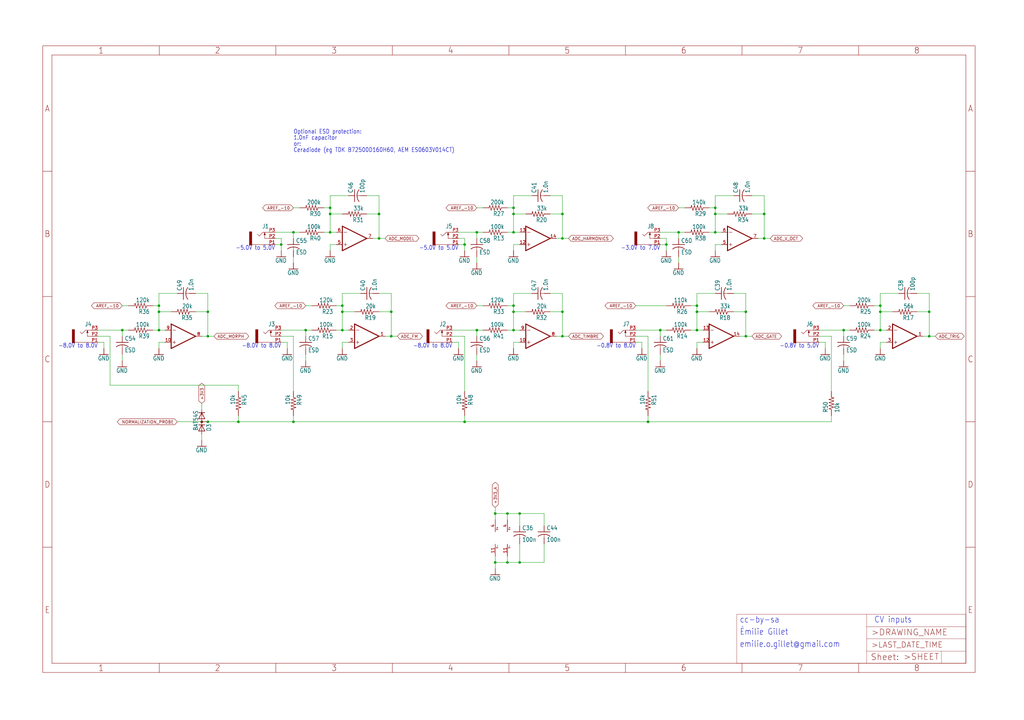
<source format=kicad_sch>
(kicad_sch (version 20230121) (generator eeschema)
  (paper "User" 425.45 299.161)
  (lib_symbols
    (symbol "plaits-eagle-import:A3L-LOC"
      (symbol "A3L-LOC_1_0"
        (text "1" (at 24.2094 1.905 0) (effects (font (size 2.54 2.286))))
        (text "1" (at 24.2094 258.445 0) (effects (font (size 2.54 2.286))))
        (text "2" (at 72.6281 1.905 0) (effects (font (size 2.54 2.286))))
        (text "2" (at 72.6281 258.445 0) (effects (font (size 2.54 2.286))))
        (text "3" (at 121.0469 1.905 0) (effects (font (size 2.54 2.286))))
        (text "3" (at 121.0469 258.445 0) (effects (font (size 2.54 2.286))))
        (text "4" (at 169.4656 1.905 0) (effects (font (size 2.54 2.286))))
        (text "4" (at 169.4656 258.445 0) (effects (font (size 2.54 2.286))))
        (text "5" (at 217.8844 1.905 0) (effects (font (size 2.54 2.286))))
        (text "5" (at 217.8844 258.445 0) (effects (font (size 2.54 2.286))))
        (text "6" (at 266.3031 1.905 0) (effects (font (size 2.54 2.286))))
        (text "6" (at 266.3031 258.445 0) (effects (font (size 2.54 2.286))))
        (text "7" (at 314.7219 1.905 0) (effects (font (size 2.54 2.286))))
        (text "7" (at 314.7219 258.445 0) (effects (font (size 2.54 2.286))))
        (text "8" (at 363.1406 1.905 0) (effects (font (size 2.54 2.286))))
        (text "8" (at 363.1406 258.445 0) (effects (font (size 2.54 2.286))))
        (text ">DRAWING_NAME" (at 344.17 15.24 0) (effects (font (size 2.54 2.54)) (justify left bottom)))
        (text ">LAST_DATE_TIME" (at 344.17 10.16 0) (effects (font (size 2.286 2.286)) (justify left bottom)))
        (text ">SHEET" (at 357.505 5.08 0) (effects (font (size 2.54 2.54)) (justify left bottom)))
        (text "A" (at 1.905 234.315 0) (effects (font (size 2.54 2.286))))
        (text "A" (at 385.445 234.315 0) (effects (font (size 2.54 2.286))))
        (text "B" (at 1.905 182.245 0) (effects (font (size 2.54 2.286))))
        (text "B" (at 385.445 182.245 0) (effects (font (size 2.54 2.286))))
        (text "C" (at 1.905 130.175 0) (effects (font (size 2.54 2.286))))
        (text "C" (at 385.445 130.175 0) (effects (font (size 2.54 2.286))))
        (text "D" (at 1.905 78.105 0) (effects (font (size 2.54 2.286))))
        (text "D" (at 385.445 78.105 0) (effects (font (size 2.54 2.286))))
        (text "E" (at 1.905 26.035 0) (effects (font (size 2.54 2.286))))
        (text "E" (at 385.445 26.035 0) (effects (font (size 2.54 2.286))))
        (text "Sheet:" (at 343.916 4.953 0) (effects (font (size 2.54 2.54)) (justify left bottom)))
      )
    )
    (symbol "plaits-eagle-import:C-USC0402"
      (property "Reference" "C" (at 1.016 0.635 0))
      (property "Value" "C-USC0402" (at 1.016 -4.191 0))
      (symbol "C-USC0402_1_0"
        (pin passive line (at 0 2.54 270) (length 2.54) (name "1") (number "1"))
        (pin passive line (at 0 -5.08 90) (length 2.54) (name "2") (number "2"))
      )
    )
    (symbol "plaits-eagle-import:C-USC0603"
      (property "Reference" "C" (at 1.016 0.635 0))
      (property "Value" "C-USC0603" (at 1.016 -4.191 0))
      (symbol "C-USC0603_1_0"
        (pin passive line (at 0 2.54 270) (length 2.54) (name "1") (number "1"))
        (pin passive line (at 0 -5.08 90) (length 2.54) (name "2") (number "2"))
      )
    )
    (symbol "plaits-eagle-import:DIODE_2CACA-SOT23"
      (property "Reference" "D" (at 0.762 2.0066 0))
      (property "Value" "DIODE_2CACA-SOT23" (at -4.826 -3.4544 0))
      (symbol "DIODE_2CACA-SOT23_1_0"
        (pin passive line (at 5.08 0 180) (length 2.54) (name "A") (number "1"))
        (pin passive line (at -5.08 0 0) (length 2.54) (name "C") (number "2"))
        (pin passive line (at 0 2.54 270) (length 2.54) (name "AC") (number "3"))
      )
    )
    (symbol "plaits-eagle-import:GND" (power)
      (property "Value" "GND" (at -2.54 -2.54 0))
      (symbol "GND_1_0"
        (pin power_in line (at 0 2.54 270) (length 2.54) (name "GND") (number "1"))
      )
    )
    (symbol "plaits-eagle-import:PJ301_THONKICONN6"
      (property "Reference" "J" (at -2.54 4.064 0))
      (symbol "PJ301_THONKICONN6_1_0"
        (pin passive line (at -5.08 -2.54 0) (length 2.54) (name "1") (number "P1"))
        (pin passive line (at -5.08 0 0) (length 2.54) (name "2") (number "P2"))
        (pin passive line (at -5.08 2.54 0) (length 2.54) (name "3") (number "P3"))
      )
    )
    (symbol "plaits-eagle-import:R-US_R0402"
      (property "Reference" "R" (at -3.81 1.4986 0))
      (property "Value" "R-US_R0402" (at -3.81 -3.302 0))
      (symbol "R-US_R0402_1_0"
        (pin passive line (at -5.08 0 0) (length 2.54) (name "1") (number "1"))
        (pin passive line (at 5.08 0 180) (length 2.54) (name "2") (number "2"))
      )
    )
    (symbol "plaits-eagle-import:TL074PW"
      (symbol "TL074PW_1_0"
        (pin output line (at 7.62 0 180) (length 2.54) (name "OUT") (number "1"))
        (pin input line (at -7.62 -2.54 0) (length 2.54) (name "-IN") (number "2"))
        (pin input line (at -7.62 2.54 0) (length 2.54) (name "+IN") (number "3"))
      )
      (symbol "TL074PW_2_0"
        (pin input line (at -7.62 2.54 0) (length 2.54) (name "+IN") (number "5"))
        (pin input line (at -7.62 -2.54 0) (length 2.54) (name "-IN") (number "6"))
        (pin output line (at 7.62 0 180) (length 2.54) (name "OUT") (number "7"))
      )
      (symbol "TL074PW_3_0"
        (pin input line (at -7.62 2.54 0) (length 2.54) (name "+IN") (number "10"))
        (pin output line (at 7.62 0 180) (length 2.54) (name "OUT") (number "8"))
        (pin input line (at -7.62 -2.54 0) (length 2.54) (name "-IN") (number "9"))
      )
      (symbol "TL074PW_4_0"
        (pin input line (at -7.62 2.54 0) (length 2.54) (name "+IN") (number "12"))
        (pin input line (at -7.62 -2.54 0) (length 2.54) (name "-IN") (number "13"))
        (pin output line (at 7.62 0 180) (length 2.54) (name "OUT") (number "14"))
      )
      (symbol "TL074PW_5_0"
        (text "V+" (at 1.27 3.175 900) (effects (font (size 0.8128 0.6908)) (justify left bottom)))
        (text "V-" (at 1.27 -4.445 900) (effects (font (size 0.8128 0.6908)) (justify left bottom)))
        (pin power_in line (at 0 -7.62 90) (length 5.08) (name "V-") (number "11"))
        (pin power_in line (at 0 7.62 270) (length 5.08) (name "V+") (number "4"))
      )
    )
  )
  (junction (at 233.68 88.9))
  (junction (at 66.04 137.16))
  (junction (at 213.36 88.9))
  (junction (at 116.84 101.6))
  (junction (at 309.88 139.7))
  (junction (at 274.32 137.16))
  (junction (at 86.36 175.26))
  (junction (at 213.36 86.36))
  (junction (at 142.24 129.54))
  (junction (at 86.36 129.54))
  (junction (at 121.92 175.26))
  (junction (at 210.82 213.36))
  (junction (at 99.06 175.26))
  (junction (at 215.9 233.68))
  (junction (at 66.04 129.54))
  (junction (at 198.12 137.16))
  (junction (at 365.76 129.54))
  (junction (at 289.56 129.54))
  (junction (at 142.24 137.16))
  (junction (at 162.56 139.7))
  (junction (at 213.36 137.16))
  (junction (at 276.86 101.6))
  (junction (at 317.5 99.06))
  (junction (at 233.68 129.54))
  (junction (at 365.76 127))
  (junction (at 365.76 137.16))
  (junction (at 233.68 99.06))
  (junction (at 193.04 175.26))
  (junction (at 213.36 129.54))
  (junction (at 198.12 96.52))
  (junction (at 205.74 213.36))
  (junction (at 289.56 137.16))
  (junction (at 50.8 137.16))
  (junction (at 386.08 139.7))
  (junction (at 127 137.16))
  (junction (at 233.68 139.7))
  (junction (at 210.82 233.68))
  (junction (at 137.16 88.9))
  (junction (at 289.56 127))
  (junction (at 309.88 129.54))
  (junction (at 205.74 233.68))
  (junction (at 215.9 213.36))
  (junction (at 213.36 127))
  (junction (at 350.52 137.16))
  (junction (at 137.16 86.36))
  (junction (at 162.56 129.54))
  (junction (at 86.36 139.7))
  (junction (at 121.92 96.52))
  (junction (at 297.18 88.9))
  (junction (at 157.48 88.9))
  (junction (at 269.24 175.26))
  (junction (at 193.04 101.6))
  (junction (at 297.18 86.36))
  (junction (at 66.04 127))
  (junction (at 281.94 96.52))
  (junction (at 137.16 96.52))
  (junction (at 157.48 99.06))
  (junction (at 297.18 96.52))
  (junction (at 317.5 88.9))
  (junction (at 142.24 127))
  (junction (at 386.08 129.54))
  (junction (at 213.36 96.52))
  (wire (pts (xy 83.82 180.34) (xy 83.82 182.88)))
  (wire (pts (xy 350.52 137.16) (xy 353.06 137.16)))
  (wire (pts (xy 297.18 81.28) (xy 297.18 86.36)))
  (wire (pts (xy 198.12 106.68) (xy 198.12 109.22)))
  (wire (pts (xy 274.32 99.06) (xy 276.86 99.06)))
  (wire (pts (xy 134.62 86.36) (xy 137.16 86.36)))
  (wire (pts (xy 86.36 139.7) (xy 83.82 139.7)))
  (wire (pts (xy 193.04 99.06) (xy 193.04 101.6)))
  (wire (pts (xy 198.12 96.52) (xy 200.66 96.52)))
  (wire (pts (xy 304.8 129.54) (xy 309.88 129.54)))
  (wire (pts (xy 218.44 88.9) (xy 213.36 88.9)))
  (wire (pts (xy 137.16 96.52) (xy 139.7 96.52)))
  (wire (pts (xy 66.04 121.92) (xy 66.04 127)))
  (wire (pts (xy 157.48 99.06) (xy 154.94 99.06)))
  (wire (pts (xy 210.82 233.68) (xy 215.9 233.68)))
  (wire (pts (xy 299.72 101.6) (xy 297.18 101.6)))
  (wire (pts (xy 205.74 215.9) (xy 205.74 213.36)))
  (wire (pts (xy 116.84 101.6) (xy 116.84 104.14)))
  (wire (pts (xy 386.08 139.7) (xy 388.62 139.7)))
  (wire (pts (xy 281.94 106.68) (xy 281.94 109.22)))
  (wire (pts (xy 200.66 137.16) (xy 198.12 137.16)))
  (wire (pts (xy 373.38 121.92) (xy 365.76 121.92)))
  (wire (pts (xy 81.28 129.54) (xy 86.36 129.54)))
  (wire (pts (xy 220.98 81.28) (xy 213.36 81.28)))
  (wire (pts (xy 297.18 88.9) (xy 297.18 96.52)))
  (wire (pts (xy 210.82 231.14) (xy 210.82 233.68)))
  (wire (pts (xy 312.42 81.28) (xy 317.5 81.28)))
  (wire (pts (xy 157.48 81.28) (xy 157.48 88.9)))
  (wire (pts (xy 317.5 88.9) (xy 317.5 99.06)))
  (wire (pts (xy 127 147.32) (xy 127 149.86)))
  (wire (pts (xy 66.04 129.54) (xy 66.04 137.16)))
  (wire (pts (xy 71.12 129.54) (xy 66.04 129.54)))
  (wire (pts (xy 215.9 233.68) (xy 226.06 233.68)))
  (wire (pts (xy 274.32 137.16) (xy 274.32 139.7)))
  (wire (pts (xy 147.32 129.54) (xy 142.24 129.54)))
  (wire (pts (xy 340.36 137.16) (xy 350.52 137.16)))
  (wire (pts (xy 142.24 88.9) (xy 137.16 88.9)))
  (wire (pts (xy 269.24 175.26) (xy 269.24 172.72)))
  (wire (pts (xy 144.78 142.24) (xy 142.24 142.24)))
  (wire (pts (xy 213.36 137.16) (xy 215.9 137.16)))
  (wire (pts (xy 274.32 147.32) (xy 274.32 149.86)))
  (wire (pts (xy 297.18 121.92) (xy 289.56 121.92)))
  (wire (pts (xy 213.36 86.36) (xy 213.36 88.9)))
  (wire (pts (xy 187.96 139.7) (xy 193.04 139.7)))
  (wire (pts (xy 121.92 175.26) (xy 193.04 175.26)))
  (wire (pts (xy 269.24 139.7) (xy 269.24 162.56)))
  (wire (pts (xy 381 121.92) (xy 386.08 121.92)))
  (wire (pts (xy 81.28 121.92) (xy 86.36 121.92)))
  (wire (pts (xy 139.7 137.16) (xy 142.24 137.16)))
  (wire (pts (xy 381 129.54) (xy 386.08 129.54)))
  (wire (pts (xy 66.04 127) (xy 66.04 129.54)))
  (wire (pts (xy 210.82 137.16) (xy 213.36 137.16)))
  (wire (pts (xy 205.74 213.36) (xy 210.82 213.36)))
  (wire (pts (xy 157.48 99.06) (xy 160.02 99.06)))
  (wire (pts (xy 190.5 99.06) (xy 193.04 99.06)))
  (wire (pts (xy 210.82 213.36) (xy 215.9 213.36)))
  (wire (pts (xy 284.48 86.36) (xy 281.94 86.36)))
  (wire (pts (xy 40.64 139.7) (xy 45.72 139.7)))
  (wire (pts (xy 289.56 142.24) (xy 289.56 144.78)))
  (wire (pts (xy 73.66 121.92) (xy 66.04 121.92)))
  (wire (pts (xy 53.34 127) (xy 50.8 127)))
  (wire (pts (xy 187.96 137.16) (xy 198.12 137.16)))
  (wire (pts (xy 368.3 142.24) (xy 365.76 142.24)))
  (wire (pts (xy 213.36 96.52) (xy 215.9 96.52)))
  (wire (pts (xy 157.48 121.92) (xy 162.56 121.92)))
  (wire (pts (xy 215.9 213.36) (xy 215.9 218.44)))
  (wire (pts (xy 276.86 127) (xy 264.16 127)))
  (wire (pts (xy 386.08 129.54) (xy 386.08 139.7)))
  (wire (pts (xy 312.42 88.9) (xy 317.5 88.9)))
  (wire (pts (xy 121.92 175.26) (xy 99.06 175.26)))
  (wire (pts (xy 309.88 139.7) (xy 307.34 139.7)))
  (wire (pts (xy 142.24 121.92) (xy 142.24 127)))
  (wire (pts (xy 137.16 86.36) (xy 137.16 88.9)))
  (wire (pts (xy 289.56 137.16) (xy 292.1 137.16)))
  (wire (pts (xy 213.36 142.24) (xy 213.36 144.78)))
  (wire (pts (xy 66.04 137.16) (xy 68.58 137.16)))
  (wire (pts (xy 68.58 142.24) (xy 66.04 142.24)))
  (wire (pts (xy 99.06 160.02) (xy 99.06 162.56)))
  (wire (pts (xy 86.36 121.92) (xy 86.36 129.54)))
  (wire (pts (xy 289.56 127) (xy 289.56 129.54)))
  (wire (pts (xy 353.06 127) (xy 350.52 127)))
  (wire (pts (xy 50.8 147.32) (xy 50.8 149.86)))
  (wire (pts (xy 365.76 142.24) (xy 365.76 144.78)))
  (wire (pts (xy 157.48 129.54) (xy 162.56 129.54)))
  (wire (pts (xy 63.5 127) (xy 66.04 127)))
  (wire (pts (xy 233.68 129.54) (xy 233.68 139.7)))
  (wire (pts (xy 129.54 127) (xy 127 127)))
  (wire (pts (xy 233.68 99.06) (xy 231.14 99.06)))
  (wire (pts (xy 317.5 99.06) (xy 320.04 99.06)))
  (wire (pts (xy 215.9 233.68) (xy 215.9 226.06)))
  (wire (pts (xy 121.92 172.72) (xy 121.92 175.26)))
  (wire (pts (xy 162.56 129.54) (xy 162.56 139.7)))
  (wire (pts (xy 289.56 121.92) (xy 289.56 127)))
  (wire (pts (xy 233.68 81.28) (xy 233.68 88.9)))
  (wire (pts (xy 190.5 142.24) (xy 190.5 144.78)))
  (wire (pts (xy 116.84 99.06) (xy 116.84 101.6)))
  (wire (pts (xy 137.16 81.28) (xy 137.16 86.36)))
  (wire (pts (xy 205.74 233.68) (xy 210.82 233.68)))
  (wire (pts (xy 66.04 142.24) (xy 66.04 144.78)))
  (wire (pts (xy 114.3 96.52) (xy 121.92 96.52)))
  (wire (pts (xy 228.6 121.92) (xy 233.68 121.92)))
  (wire (pts (xy 289.56 129.54) (xy 289.56 137.16)))
  (wire (pts (xy 228.6 81.28) (xy 233.68 81.28)))
  (wire (pts (xy 152.4 81.28) (xy 157.48 81.28)))
  (wire (pts (xy 139.7 127) (xy 142.24 127)))
  (wire (pts (xy 297.18 101.6) (xy 297.18 104.14)))
  (wire (pts (xy 292.1 142.24) (xy 289.56 142.24)))
  (wire (pts (xy 233.68 88.9) (xy 233.68 99.06)))
  (wire (pts (xy 345.44 139.7) (xy 345.44 162.56)))
  (wire (pts (xy 281.94 96.52) (xy 284.48 96.52)))
  (wire (pts (xy 297.18 96.52) (xy 299.72 96.52)))
  (wire (pts (xy 142.24 137.16) (xy 144.78 137.16)))
  (wire (pts (xy 365.76 129.54) (xy 365.76 137.16)))
  (wire (pts (xy 294.64 96.52) (xy 297.18 96.52)))
  (wire (pts (xy 264.16 139.7) (xy 269.24 139.7)))
  (wire (pts (xy 264.16 142.24) (xy 266.7 142.24)))
  (wire (pts (xy 363.22 127) (xy 365.76 127)))
  (wire (pts (xy 198.12 147.32) (xy 198.12 149.86)))
  (wire (pts (xy 302.26 88.9) (xy 297.18 88.9)))
  (wire (pts (xy 119.38 142.24) (xy 119.38 144.78)))
  (wire (pts (xy 340.36 139.7) (xy 345.44 139.7)))
  (wire (pts (xy 121.92 96.52) (xy 124.46 96.52)))
  (wire (pts (xy 276.86 99.06) (xy 276.86 101.6)))
  (wire (pts (xy 45.72 139.7) (xy 45.72 160.02)))
  (wire (pts (xy 213.36 88.9) (xy 213.36 96.52)))
  (wire (pts (xy 152.4 88.9) (xy 157.48 88.9)))
  (wire (pts (xy 45.72 160.02) (xy 99.06 160.02)))
  (wire (pts (xy 193.04 175.26) (xy 193.04 172.72)))
  (wire (pts (xy 287.02 127) (xy 289.56 127)))
  (wire (pts (xy 142.24 127) (xy 142.24 129.54)))
  (wire (pts (xy 139.7 101.6) (xy 137.16 101.6)))
  (wire (pts (xy 317.5 81.28) (xy 317.5 88.9)))
  (wire (pts (xy 121.92 99.06) (xy 121.92 96.52)))
  (wire (pts (xy 215.9 101.6) (xy 213.36 101.6)))
  (wire (pts (xy 383.54 139.7) (xy 386.08 139.7)))
  (wire (pts (xy 228.6 88.9) (xy 233.68 88.9)))
  (wire (pts (xy 114.3 99.06) (xy 116.84 99.06)))
  (wire (pts (xy 162.56 139.7) (xy 160.02 139.7)))
  (wire (pts (xy 124.46 86.36) (xy 121.92 86.36)))
  (wire (pts (xy 342.9 142.24) (xy 342.9 144.78)))
  (wire (pts (xy 213.36 81.28) (xy 213.36 86.36)))
  (wire (pts (xy 86.36 175.26) (xy 73.66 175.26)))
  (wire (pts (xy 193.04 139.7) (xy 193.04 162.56)))
  (wire (pts (xy 86.36 139.7) (xy 88.9 139.7)))
  (wire (pts (xy 213.36 101.6) (xy 213.36 104.14)))
  (wire (pts (xy 304.8 81.28) (xy 297.18 81.28)))
  (wire (pts (xy 274.32 137.16) (xy 276.86 137.16)))
  (wire (pts (xy 294.64 86.36) (xy 297.18 86.36)))
  (wire (pts (xy 370.84 129.54) (xy 365.76 129.54)))
  (wire (pts (xy 365.76 127) (xy 365.76 129.54)))
  (wire (pts (xy 121.92 106.68) (xy 121.92 109.22)))
  (wire (pts (xy 215.9 142.24) (xy 213.36 142.24)))
  (wire (pts (xy 190.5 101.6) (xy 193.04 101.6)))
  (wire (pts (xy 210.82 127) (xy 213.36 127)))
  (wire (pts (xy 345.44 175.26) (xy 269.24 175.26)))
  (wire (pts (xy 276.86 101.6) (xy 276.86 104.14)))
  (wire (pts (xy 193.04 175.26) (xy 269.24 175.26)))
  (wire (pts (xy 40.64 137.16) (xy 50.8 137.16)))
  (wire (pts (xy 233.68 99.06) (xy 236.22 99.06)))
  (wire (pts (xy 363.22 137.16) (xy 365.76 137.16)))
  (wire (pts (xy 162.56 139.7) (xy 165.1 139.7)))
  (wire (pts (xy 365.76 137.16) (xy 368.3 137.16)))
  (wire (pts (xy 198.12 137.16) (xy 198.12 139.7)))
  (wire (pts (xy 274.32 96.52) (xy 281.94 96.52)))
  (wire (pts (xy 309.88 121.92) (xy 309.88 129.54)))
  (wire (pts (xy 304.8 121.92) (xy 309.88 121.92)))
  (wire (pts (xy 50.8 137.16) (xy 53.34 137.16)))
  (wire (pts (xy 215.9 213.36) (xy 226.06 213.36)))
  (wire (pts (xy 114.3 101.6) (xy 116.84 101.6)))
  (wire (pts (xy 350.52 137.16) (xy 350.52 139.7)))
  (wire (pts (xy 218.44 129.54) (xy 213.36 129.54)))
  (wire (pts (xy 281.94 99.06) (xy 281.94 96.52)))
  (wire (pts (xy 149.86 121.92) (xy 142.24 121.92)))
  (wire (pts (xy 187.96 142.24) (xy 190.5 142.24)))
  (wire (pts (xy 309.88 129.54) (xy 309.88 139.7)))
  (wire (pts (xy 297.18 86.36) (xy 297.18 88.9)))
  (wire (pts (xy 226.06 233.68) (xy 226.06 226.06)))
  (wire (pts (xy 350.52 147.32) (xy 350.52 149.86)))
  (wire (pts (xy 121.92 139.7) (xy 121.92 162.56)))
  (wire (pts (xy 317.5 99.06) (xy 314.96 99.06)))
  (wire (pts (xy 365.76 121.92) (xy 365.76 127)))
  (wire (pts (xy 127 139.7) (xy 127 137.16)))
  (wire (pts (xy 99.06 172.72) (xy 99.06 175.26)))
  (wire (pts (xy 134.62 96.52) (xy 137.16 96.52)))
  (wire (pts (xy 233.68 139.7) (xy 231.14 139.7)))
  (wire (pts (xy 40.64 142.24) (xy 43.18 142.24)))
  (wire (pts (xy 144.78 81.28) (xy 137.16 81.28)))
  (wire (pts (xy 86.36 129.54) (xy 86.36 139.7)))
  (wire (pts (xy 116.84 137.16) (xy 127 137.16)))
  (wire (pts (xy 127 137.16) (xy 129.54 137.16)))
  (wire (pts (xy 226.06 213.36) (xy 226.06 218.44)))
  (wire (pts (xy 287.02 137.16) (xy 289.56 137.16)))
  (wire (pts (xy 137.16 101.6) (xy 137.16 104.14)))
  (wire (pts (xy 213.36 127) (xy 213.36 129.54)))
  (wire (pts (xy 266.7 142.24) (xy 266.7 144.78)))
  (wire (pts (xy 294.64 129.54) (xy 289.56 129.54)))
  (wire (pts (xy 386.08 121.92) (xy 386.08 129.54)))
  (wire (pts (xy 205.74 233.68) (xy 205.74 236.22)))
  (wire (pts (xy 193.04 101.6) (xy 193.04 104.14)))
  (wire (pts (xy 210.82 215.9) (xy 210.82 213.36)))
  (wire (pts (xy 233.68 121.92) (xy 233.68 129.54)))
  (wire (pts (xy 228.6 129.54) (xy 233.68 129.54)))
  (wire (pts (xy 233.68 139.7) (xy 236.22 139.7)))
  (wire (pts (xy 142.24 142.24) (xy 142.24 144.78)))
  (wire (pts (xy 340.36 142.24) (xy 342.9 142.24)))
  (wire (pts (xy 50.8 139.7) (xy 50.8 137.16)))
  (wire (pts (xy 116.84 142.24) (xy 119.38 142.24)))
  (wire (pts (xy 198.12 99.06) (xy 198.12 96.52)))
  (wire (pts (xy 142.24 129.54) (xy 142.24 137.16)))
  (wire (pts (xy 190.5 96.52) (xy 198.12 96.52)))
  (wire (pts (xy 86.36 175.26) (xy 99.06 175.26)))
  (wire (pts (xy 205.74 213.36) (xy 205.74 210.82)))
  (wire (pts (xy 213.36 121.92) (xy 213.36 127)))
  (wire (pts (xy 220.98 121.92) (xy 213.36 121.92)))
  (wire (pts (xy 116.84 139.7) (xy 121.92 139.7)))
  (wire (pts (xy 274.32 101.6) (xy 276.86 101.6)))
  (wire (pts (xy 83.82 170.18) (xy 83.82 167.64)))
  (wire (pts (xy 157.48 88.9) (xy 157.48 99.06)))
  (wire (pts (xy 205.74 231.14) (xy 205.74 233.68)))
  (wire (pts (xy 264.16 137.16) (xy 274.32 137.16)))
  (wire (pts (xy 43.18 142.24) (xy 43.18 144.78)))
  (wire (pts (xy 345.44 172.72) (xy 345.44 175.26)))
  (wire (pts (xy 200.66 127) (xy 198.12 127)))
  (wire (pts (xy 213.36 129.54) (xy 213.36 137.16)))
  (wire (pts (xy 200.66 86.36) (xy 198.12 86.36)))
  (wire (pts (xy 210.82 86.36) (xy 213.36 86.36)))
  (wire (pts (xy 162.56 121.92) (xy 162.56 129.54)))
  (wire (pts (xy 137.16 88.9) (xy 137.16 96.52)))
  (wire (pts (xy 309.88 139.7) (xy 312.42 139.7)))
  (wire (pts (xy 210.82 96.52) (xy 213.36 96.52)))
  (wire (pts (xy 63.5 137.16) (xy 66.04 137.16)))
  (text "-0.8V to 8.0V" (at 264.16 144.78 0) (effects (font (size 1.778 1.5113)) (justify right bottom)))
  (text "-0.8V to 5.0V" (at 340.36 144.78 0) (effects (font (size 1.778 1.5113)) (justify right bottom)))
  (text "1.0nF capacitor" (at 121.92 58.42 0) (effects (font (size 1.778 1.5113)) (justify left bottom)))
  (text "-3.0V to 7.0V" (at 274.32 104.14 0) (effects (font (size 1.778 1.5113)) (justify right bottom)))
  (text "Optional ESD protection:" (at 121.92 55.88 0) (effects (font (size 1.778 1.5113)) (justify left bottom)))
  (text "-5.0V to 5.0V" (at 190.5 104.14 0) (effects (font (size 1.778 1.5113)) (justify right bottom)))
  (text "cc-by-sa" (at 307.34 259.08 0) (effects (font (size 2.54 2.159)) (justify left bottom)))
  (text "or:" (at 121.92 60.96 0) (effects (font (size 1.778 1.5113)) (justify left bottom)))
  (text "Ceradiode (eg TDK B72500D160H60, AEM ES0603V014CT)" (at 121.92 63.5 0) (effects (font (size 1.778 1.5113)) (justify left bottom)))
  (text "-8.0V to 8.0V" (at 116.84 144.78 0) (effects (font (size 1.778 1.5113)) (justify right bottom)))
  (text "-8.0V to 8.0V" (at 40.64 144.78 0) (effects (font (size 1.778 1.5113)) (justify right bottom)))
  (text "-8.0V to 8.0V" (at 187.96 144.78 0) (effects (font (size 1.778 1.5113)) (justify right bottom)))
  (text "CV inputs" (at 363.22 259.08 0) (effects (font (size 2.54 2.159)) (justify left bottom)))
  (text "-5.0V to 5.0V" (at 114.3 104.14 0) (effects (font (size 1.778 1.5113)) (justify right bottom)))
  (text "Émilie Gillet" (at 307.34 264.16 0) (effects (font (size 2.54 2.159)) (justify left bottom)))
  (text "emilie.o.gillet@gmail.com" (at 307.34 269.24 0) (effects (font (size 2.54 2.159)) (justify left bottom)))
  (global_label "+3V3_A" (shape bidirectional) (at 205.74 210.82 90) (effects (font (size 1.2446 1.2446))) (property "Intersheetrefs" "${INTERSHEET_REFS}" (effects hide)))
  (global_label "AREF_-10" (shape bidirectional) (at 198.12 86.36 180) (effects (font (size 1.2446 1.2446))) (property "Intersheetrefs" "${INTERSHEET_REFS}" (effects hide)))
  (global_label "ADC_MORPH" (shape bidirectional) (at 88.9 139.7 0) (effects (font (size 1.2446 1.2446))) (property "Intersheetrefs" "${INTERSHEET_REFS}" (effects hide)))
  (global_label "NORMALIZATION_PROBE" (shape bidirectional) (at 73.66 175.26 180) (effects (font (size 1.2446 1.2446))) (property "Intersheetrefs" "${INTERSHEET_REFS}" (effects hide)))
  (global_label "ADC_MODEL" (shape bidirectional) (at 160.02 99.06 0) (effects (font (size 1.2446 1.2446))) (property "Intersheetrefs" "${INTERSHEET_REFS}" (effects hide)))
  (global_label "ADC_FM" (shape bidirectional) (at 165.1 139.7 0) (effects (font (size 1.2446 1.2446))) (property "Intersheetrefs" "${INTERSHEET_REFS}" (effects hide)))
  (global_label "ADC_GATE" (shape bidirectional) (at 312.42 139.7 0) (effects (font (size 1.2446 1.2446))) (property "Intersheetrefs" "${INTERSHEET_REFS}" (effects hide)))
  (global_label "AREF_-10" (shape bidirectional) (at 127 127 180) (effects (font (size 1.2446 1.2446))) (property "Intersheetrefs" "${INTERSHEET_REFS}" (effects hide)))
  (global_label "+3V3" (shape bidirectional) (at 83.82 167.64 90) (effects (font (size 1.2446 1.2446))) (property "Intersheetrefs" "${INTERSHEET_REFS}" (effects hide)))
  (global_label "ADC_TRIG" (shape bidirectional) (at 388.62 139.7 0) (effects (font (size 1.2446 1.2446))) (property "Intersheetrefs" "${INTERSHEET_REFS}" (effects hide)))
  (global_label "ADC_V_OCT" (shape bidirectional) (at 320.04 99.06 0) (effects (font (size 1.2446 1.2446))) (property "Intersheetrefs" "${INTERSHEET_REFS}" (effects hide)))
  (global_label "ADC_TIMBRE" (shape bidirectional) (at 236.22 139.7 0) (effects (font (size 1.2446 1.2446))) (property "Intersheetrefs" "${INTERSHEET_REFS}" (effects hide)))
  (global_label "AREF_-10" (shape bidirectional) (at 281.94 86.36 180) (effects (font (size 1.2446 1.2446))) (property "Intersheetrefs" "${INTERSHEET_REFS}" (effects hide)))
  (global_label "AREF_-10" (shape bidirectional) (at 50.8 127 180) (effects (font (size 1.2446 1.2446))) (property "Intersheetrefs" "${INTERSHEET_REFS}" (effects hide)))
  (global_label "ADC_HARMONICS" (shape bidirectional) (at 236.22 99.06 0) (effects (font (size 1.2446 1.2446))) (property "Intersheetrefs" "${INTERSHEET_REFS}" (effects hide)))
  (global_label "AREF_-10" (shape bidirectional) (at 121.92 86.36 180) (effects (font (size 1.2446 1.2446))) (property "Intersheetrefs" "${INTERSHEET_REFS}" (effects hide)))
  (global_label "AREF_-10" (shape bidirectional) (at 350.52 127 180) (effects (font (size 1.2446 1.2446))) (property "Intersheetrefs" "${INTERSHEET_REFS}" (effects hide)))
  (global_label "AREF_-10" (shape bidirectional) (at 198.12 127 180) (effects (font (size 1.2446 1.2446))) (property "Intersheetrefs" "${INTERSHEET_REFS}" (effects hide)))
  (global_label "AREF_-10" (shape bidirectional) (at 264.16 127 180) (effects (font (size 1.2446 1.2446))) (property "Intersheetrefs" "${INTERSHEET_REFS}" (effects hide)))
  (symbol (lib_id "plaits-eagle-import:GND") (at 289.56 147.32 0) (unit 1)
    (property "Reference" "#GND026" (effects hide))
    (property "Value" "GND" (at 287.02 149.86 0) (effects (font (size 1.778 1.5113)) (justify left bottom)))
    (property "Footprint" "plaits:" (effects hide))
  )
  (symbol (lib_id "plaits-eagle-import:GND") (at 342.9 147.32 0) (unit 1)
    (property "Reference" "#GND015" (effects hide))
    (property "Value" "GND" (at 340.36 149.86 0) (effects (font (size 1.778 1.5113)) (justify left bottom)))
    (property "Footprint" "plaits:" (effects hide))
  )
  (symbol (lib_id "plaits-eagle-import:R-US_R0402") (at 99.06 167.64 270) (unit 1)
    (property "Reference" "R45" (at 100.5586 163.83 0) (effects (font (size 1.778 1.5113)) (justify left bottom)))
    (property "Value" "10k" (at 95.758 163.83 0) (effects (font (size 1.778 1.5113)) (justify left bottom)))
    (property "Footprint" "plaits:R0402" (effects hide))
  )
  (symbol (lib_id "plaits-eagle-import:R-US_R0402") (at 58.42 137.16 180) (unit 1)
    (property "Reference" "R39" (at 62.23 138.6586 0) (effects (font (size 1.778 1.5113)) (justify left bottom)))
    (property "Value" "100k" (at 62.23 133.858 0) (effects (font (size 1.778 1.5113)) (justify left bottom)))
    (property "Footprint" "plaits:R0402" (effects hide))
  )
  (symbol (lib_id "plaits-eagle-import:GND") (at 119.38 147.32 0) (unit 1)
    (property "Reference" "#GND032" (effects hide))
    (property "Value" "GND" (at 116.84 149.86 0) (effects (font (size 1.778 1.5113)) (justify left bottom)))
    (property "Footprint" "plaits:" (effects hide))
  )
  (symbol (lib_id "plaits-eagle-import:TL074PW") (at 299.72 139.7 0) (mirror x) (unit 4)
    (property "Reference" "IC6" (effects hide))
    (property "Value" "MCP6004" (effects hide))
    (property "Footprint" "plaits:TSSOP14_065" (effects hide))
  )
  (symbol (lib_id "plaits-eagle-import:C-USC0402") (at 223.52 81.28 90) (unit 1)
    (property "Reference" "C41" (at 222.885 80.264 0) (effects (font (size 1.778 1.5113)) (justify left bottom)))
    (property "Value" "1.0n" (at 227.711 80.264 0) (effects (font (size 1.778 1.5113)) (justify left bottom)))
    (property "Footprint" "plaits:C0402" (effects hide))
  )
  (symbol (lib_id "plaits-eagle-import:TL074PW") (at 307.34 99.06 0) (mirror x) (unit 2)
    (property "Reference" "IC7" (effects hide))
    (property "Value" "MCP6004" (effects hide))
    (property "Footprint" "plaits:TSSOP14_065" (effects hide))
  )
  (symbol (lib_id "plaits-eagle-import:GND") (at 142.24 147.32 0) (unit 1)
    (property "Reference" "#GND033" (effects hide))
    (property "Value" "GND" (at 139.7 149.86 0) (effects (font (size 1.778 1.5113)) (justify left bottom)))
    (property "Footprint" "plaits:" (effects hide))
  )
  (symbol (lib_id "plaits-eagle-import:R-US_R0402") (at 147.32 88.9 180) (unit 1)
    (property "Reference" "R31" (at 151.13 90.3986 0) (effects (font (size 1.778 1.5113)) (justify left bottom)))
    (property "Value" "33k" (at 151.13 85.598 0) (effects (font (size 1.778 1.5113)) (justify left bottom)))
    (property "Footprint" "plaits:R0402" (effects hide))
  )
  (symbol (lib_id "plaits-eagle-import:GND") (at 127 152.4 0) (unit 1)
    (property "Reference" "#GND076" (effects hide))
    (property "Value" "GND" (at 124.46 154.94 0) (effects (font (size 1.778 1.5113)) (justify left bottom)))
    (property "Footprint" "plaits:" (effects hide))
  )
  (symbol (lib_id "plaits-eagle-import:R-US_R0402") (at 358.14 137.16 180) (unit 1)
    (property "Reference" "R24" (at 361.95 138.6586 0) (effects (font (size 1.778 1.5113)) (justify left bottom)))
    (property "Value" "100k" (at 361.95 133.858 0) (effects (font (size 1.778 1.5113)) (justify left bottom)))
    (property "Footprint" "plaits:R0402" (effects hide))
  )
  (symbol (lib_id "plaits-eagle-import:PJ301_THONKICONN6") (at 269.24 99.06 0) (mirror y) (unit 1)
    (property "Reference" "J8" (at 271.78 94.996 0) (effects (font (size 1.778 1.5113)) (justify left bottom)))
    (property "Value" "PJ301_THONKICONN6" (effects hide))
    (property "Footprint" "plaits:WQP_PJ_301M6" (effects hide))
  )
  (symbol (lib_id "plaits-eagle-import:R-US_R0402") (at 289.56 96.52 180) (unit 1)
    (property "Reference" "R38" (at 293.37 98.0186 0) (effects (font (size 1.778 1.5113)) (justify left bottom)))
    (property "Value" "100k" (at 293.37 93.218 0) (effects (font (size 1.778 1.5113)) (justify left bottom)))
    (property "Footprint" "plaits:R0402" (effects hide))
  )
  (symbol (lib_id "plaits-eagle-import:C-USC0603") (at 281.94 101.6 0) (unit 1)
    (property "Reference" "C60" (at 282.956 100.965 0) (effects (font (size 1.778 1.5113)) (justify left bottom)))
    (property "Value" "ESD" (at 282.956 105.791 0) (effects (font (size 1.778 1.5113)) (justify left bottom)))
    (property "Footprint" "plaits:C0603" (effects hide))
  )
  (symbol (lib_id "plaits-eagle-import:C-USC0603") (at 198.12 142.24 0) (unit 1)
    (property "Reference" "C56" (at 199.136 141.605 0) (effects (font (size 1.778 1.5113)) (justify left bottom)))
    (property "Value" "ESD" (at 199.136 146.431 0) (effects (font (size 1.778 1.5113)) (justify left bottom)))
    (property "Footprint" "plaits:C0603" (effects hide))
  )
  (symbol (lib_id "plaits-eagle-import:R-US_R0402") (at 307.34 88.9 180) (unit 1)
    (property "Reference" "R34" (at 311.15 90.3986 0) (effects (font (size 1.778 1.5113)) (justify left bottom)))
    (property "Value" "33k" (at 311.15 85.598 0) (effects (font (size 1.778 1.5113)) (justify left bottom)))
    (property "Footprint" "plaits:R0402" (effects hide))
  )
  (symbol (lib_id "plaits-eagle-import:R-US_R0402") (at 223.52 88.9 180) (unit 1)
    (property "Reference" "R20" (at 227.33 90.3986 0) (effects (font (size 1.778 1.5113)) (justify left bottom)))
    (property "Value" "33k" (at 227.33 85.598 0) (effects (font (size 1.778 1.5113)) (justify left bottom)))
    (property "Footprint" "plaits:R0402" (effects hide))
  )
  (symbol (lib_id "plaits-eagle-import:GND") (at 205.74 238.76 0) (unit 1)
    (property "Reference" "#GND084" (effects hide))
    (property "Value" "GND" (at 203.2 241.3 0) (effects (font (size 1.778 1.5113)) (justify left bottom)))
    (property "Footprint" "plaits:" (effects hide))
  )
  (symbol (lib_id "plaits-eagle-import:R-US_R0402") (at 205.74 137.16 180) (unit 1)
    (property "Reference" "R41" (at 209.55 138.6586 0) (effects (font (size 1.778 1.5113)) (justify left bottom)))
    (property "Value" "100k" (at 209.55 133.858 0) (effects (font (size 1.778 1.5113)) (justify left bottom)))
    (property "Footprint" "plaits:R0402" (effects hide))
  )
  (symbol (lib_id "plaits-eagle-import:C-USC0402") (at 147.32 81.28 90) (unit 1)
    (property "Reference" "C46" (at 146.685 80.264 0) (effects (font (size 1.778 1.5113)) (justify left bottom)))
    (property "Value" "100p" (at 151.511 80.264 0) (effects (font (size 1.778 1.5113)) (justify left bottom)))
    (property "Footprint" "plaits:C0402" (effects hide))
  )
  (symbol (lib_id "plaits-eagle-import:R-US_R0402") (at 129.54 86.36 180) (unit 1)
    (property "Reference" "R30" (at 133.35 87.8586 0) (effects (font (size 1.778 1.5113)) (justify left bottom)))
    (property "Value" "200k" (at 133.35 83.058 0) (effects (font (size 1.778 1.5113)) (justify left bottom)))
    (property "Footprint" "plaits:R0402" (effects hide))
  )
  (symbol (lib_id "plaits-eagle-import:GND") (at 50.8 152.4 0) (unit 1)
    (property "Reference" "#GND075" (effects hide))
    (property "Value" "GND" (at 48.26 154.94 0) (effects (font (size 1.778 1.5113)) (justify left bottom)))
    (property "Footprint" "plaits:" (effects hide))
  )
  (symbol (lib_id "plaits-eagle-import:GND") (at 213.36 147.32 0) (unit 1)
    (property "Reference" "#GND037" (effects hide))
    (property "Value" "GND" (at 210.82 149.86 0) (effects (font (size 1.778 1.5113)) (justify left bottom)))
    (property "Footprint" "plaits:" (effects hide))
  )
  (symbol (lib_id "plaits-eagle-import:TL074PW") (at 223.52 99.06 0) (mirror x) (unit 4)
    (property "Reference" "IC7" (effects hide))
    (property "Value" "MCP6004" (effects hide))
    (property "Footprint" "plaits:TSSOP14_065" (effects hide))
  )
  (symbol (lib_id "plaits-eagle-import:R-US_R0402") (at 193.04 167.64 270) (unit 1)
    (property "Reference" "R48" (at 194.5386 163.83 0) (effects (font (size 1.778 1.5113)) (justify left bottom)))
    (property "Value" "10k" (at 189.738 163.83 0) (effects (font (size 1.778 1.5113)) (justify left bottom)))
    (property "Footprint" "plaits:R0402" (effects hide))
  )
  (symbol (lib_id "plaits-eagle-import:GND") (at 274.32 152.4 0) (unit 1)
    (property "Reference" "#GND078" (effects hide))
    (property "Value" "GND" (at 271.78 154.94 0) (effects (font (size 1.778 1.5113)) (justify left bottom)))
    (property "Footprint" "plaits:" (effects hide))
  )
  (symbol (lib_id "plaits-eagle-import:GND") (at 137.16 106.68 0) (unit 1)
    (property "Reference" "#GND035" (effects hide))
    (property "Value" "GND" (at 134.62 109.22 0) (effects (font (size 1.778 1.5113)) (justify left bottom)))
    (property "Footprint" "plaits:" (effects hide))
  )
  (symbol (lib_id "plaits-eagle-import:TL074PW") (at 223.52 139.7 0) (mirror x) (unit 3)
    (property "Reference" "IC6" (effects hide))
    (property "Value" "MCP6004" (effects hide))
    (property "Footprint" "plaits:TSSOP14_065" (effects hide))
  )
  (symbol (lib_id "plaits-eagle-import:PJ301_THONKICONN6") (at 182.88 139.7 0) (mirror y) (unit 1)
    (property "Reference" "J2" (at 185.42 135.636 0) (effects (font (size 1.778 1.5113)) (justify left bottom)))
    (property "Value" "PJ301_THONKICONN6" (effects hide))
    (property "Footprint" "plaits:WQP_PJ_301M6" (effects hide))
  )
  (symbol (lib_id "plaits-eagle-import:DIODE_2CACA-SOT23") (at 83.82 175.26 270) (unit 1)
    (property "Reference" "D3" (at 85.8266 176.022 0) (effects (font (size 1.778 1.5113)) (justify left bottom)))
    (property "Value" "BAT54S" (at 80.3656 170.434 0) (effects (font (size 1.778 1.5113)) (justify left bottom)))
    (property "Footprint" "plaits:SOT23" (effects hide))
  )
  (symbol (lib_id "plaits-eagle-import:GND") (at 83.82 185.42 0) (unit 1)
    (property "Reference" "#GND083" (effects hide))
    (property "Value" "GND" (at 81.28 187.96 0) (effects (font (size 1.778 1.5113)) (justify left bottom)))
    (property "Footprint" "plaits:" (effects hide))
  )
  (symbol (lib_id "plaits-eagle-import:GND") (at 213.36 106.68 0) (unit 1)
    (property "Reference" "#GND040" (effects hide))
    (property "Value" "GND" (at 210.82 109.22 0) (effects (font (size 1.778 1.5113)) (justify left bottom)))
    (property "Footprint" "plaits:" (effects hide))
  )
  (symbol (lib_id "plaits-eagle-import:R-US_R0402") (at 58.42 127 180) (unit 1)
    (property "Reference" "R36" (at 62.23 128.4986 0) (effects (font (size 1.778 1.5113)) (justify left bottom)))
    (property "Value" "120k" (at 62.23 123.698 0) (effects (font (size 1.778 1.5113)) (justify left bottom)))
    (property "Footprint" "plaits:R0402" (effects hide))
  )
  (symbol (lib_id "plaits-eagle-import:R-US_R0402") (at 152.4 129.54 180) (unit 1)
    (property "Reference" "R19" (at 156.21 131.0386 0) (effects (font (size 1.778 1.5113)) (justify left bottom)))
    (property "Value" "20k" (at 156.21 126.238 0) (effects (font (size 1.778 1.5113)) (justify left bottom)))
    (property "Footprint" "plaits:R0402" (effects hide))
  )
  (symbol (lib_id "plaits-eagle-import:R-US_R0402") (at 134.62 127 180) (unit 1)
    (property "Reference" "R23" (at 138.43 128.4986 0) (effects (font (size 1.778 1.5113)) (justify left bottom)))
    (property "Value" "120k" (at 138.43 123.698 0) (effects (font (size 1.778 1.5113)) (justify left bottom)))
    (property "Footprint" "plaits:R0402" (effects hide))
  )
  (symbol (lib_id "plaits-eagle-import:C-USC0402") (at 226.06 220.98 0) (unit 1)
    (property "Reference" "C44" (at 227.076 220.345 0) (effects (font (size 1.778 1.5113)) (justify left bottom)))
    (property "Value" "100n" (at 227.076 225.171 0) (effects (font (size 1.778 1.5113)) (justify left bottom)))
    (property "Footprint" "plaits:C0402" (effects hide))
  )
  (symbol (lib_id "plaits-eagle-import:C-USC0402") (at 76.2 121.92 90) (unit 1)
    (property "Reference" "C49" (at 75.565 120.904 0) (effects (font (size 1.778 1.5113)) (justify left bottom)))
    (property "Value" "1.0n" (at 80.391 120.904 0) (effects (font (size 1.778 1.5113)) (justify left bottom)))
    (property "Footprint" "plaits:C0402" (effects hide))
  )
  (symbol (lib_id "plaits-eagle-import:R-US_R0402") (at 205.74 127 180) (unit 1)
    (property "Reference" "R33" (at 209.55 128.4986 0) (effects (font (size 1.778 1.5113)) (justify left bottom)))
    (property "Value" "120k" (at 209.55 123.698 0) (effects (font (size 1.778 1.5113)) (justify left bottom)))
    (property "Footprint" "plaits:R0402" (effects hide))
  )
  (symbol (lib_id "plaits-eagle-import:C-USC0402") (at 152.4 121.92 90) (unit 1)
    (property "Reference" "C40" (at 151.765 120.904 0) (effects (font (size 1.778 1.5113)) (justify left bottom)))
    (property "Value" "1.0n" (at 156.591 120.904 0) (effects (font (size 1.778 1.5113)) (justify left bottom)))
    (property "Footprint" "plaits:C0402" (effects hide))
  )
  (symbol (lib_id "plaits-eagle-import:GND") (at 43.18 147.32 0) (unit 1)
    (property "Reference" "#GND030" (effects hide))
    (property "Value" "GND" (at 40.64 149.86 0) (effects (font (size 1.778 1.5113)) (justify left bottom)))
    (property "Footprint" "plaits:" (effects hide))
  )
  (symbol (lib_id "plaits-eagle-import:GND") (at 116.84 106.68 0) (unit 1)
    (property "Reference" "#GND034" (effects hide))
    (property "Value" "GND" (at 114.3 109.22 0) (effects (font (size 1.778 1.5113)) (justify left bottom)))
    (property "Footprint" "plaits:" (effects hide))
  )
  (symbol (lib_id "plaits-eagle-import:C-USC0603") (at 350.52 142.24 0) (unit 1)
    (property "Reference" "C59" (at 351.536 141.605 0) (effects (font (size 1.778 1.5113)) (justify left bottom)))
    (property "Value" "ESD" (at 351.536 146.431 0) (effects (font (size 1.778 1.5113)) (justify left bottom)))
    (property "Footprint" "plaits:C0603" (effects hide))
  )
  (symbol (lib_id "plaits-eagle-import:GND") (at 297.18 106.68 0) (unit 1)
    (property "Reference" "#GND029" (effects hide))
    (property "Value" "GND" (at 294.64 109.22 0) (effects (font (size 1.778 1.5113)) (justify left bottom)))
    (property "Footprint" "plaits:" (effects hide))
  )
  (symbol (lib_id "plaits-eagle-import:R-US_R0402") (at 289.56 86.36 180) (unit 1)
    (property "Reference" "R29" (at 293.37 87.8586 0) (effects (font (size 1.778 1.5113)) (justify left bottom)))
    (property "Value" "140k" (at 293.37 83.058 0) (effects (font (size 1.778 1.5113)) (justify left bottom)))
    (property "Footprint" "plaits:R0402" (effects hide))
  )
  (symbol (lib_id "plaits-eagle-import:C-USC0603") (at 127 142.24 0) (unit 1)
    (property "Reference" "C57" (at 128.016 141.605 0) (effects (font (size 1.778 1.5113)) (justify left bottom)))
    (property "Value" "ESD" (at 128.016 146.431 0) (effects (font (size 1.778 1.5113)) (justify left bottom)))
    (property "Footprint" "plaits:C0603" (effects hide))
  )
  (symbol (lib_id "plaits-eagle-import:GND") (at 190.5 147.32 0) (unit 1)
    (property "Reference" "#GND036" (effects hide))
    (property "Value" "GND" (at 187.96 149.86 0) (effects (font (size 1.778 1.5113)) (justify left bottom)))
    (property "Footprint" "plaits:" (effects hide))
  )
  (symbol (lib_id "plaits-eagle-import:R-US_R0402") (at 121.92 167.64 270) (unit 1)
    (property "Reference" "R49" (at 123.4186 163.83 0) (effects (font (size 1.778 1.5113)) (justify left bottom)))
    (property "Value" "10k" (at 118.618 163.83 0) (effects (font (size 1.778 1.5113)) (justify left bottom)))
    (property "Footprint" "plaits:R0402" (effects hide))
  )
  (symbol (lib_id "plaits-eagle-import:GND") (at 276.86 106.68 0) (unit 1)
    (property "Reference" "#GND028" (effects hide))
    (property "Value" "GND" (at 274.32 109.22 0) (effects (font (size 1.778 1.5113)) (justify left bottom)))
    (property "Footprint" "plaits:" (effects hide))
  )
  (symbol (lib_id "plaits-eagle-import:PJ301_THONKICONN6") (at 259.08 139.7 0) (mirror y) (unit 1)
    (property "Reference" "J7" (at 261.62 135.636 0) (effects (font (size 1.778 1.5113)) (justify left bottom)))
    (property "Value" "PJ301_THONKICONN6" (effects hide))
    (property "Footprint" "plaits:WQP_PJ_301M6" (effects hide))
  )
  (symbol (lib_id "plaits-eagle-import:GND") (at 281.94 111.76 0) (unit 1)
    (property "Reference" "#GND074" (effects hide))
    (property "Value" "GND" (at 279.4 114.3 0) (effects (font (size 1.778 1.5113)) (justify left bottom)))
    (property "Footprint" "plaits:" (effects hide))
  )
  (symbol (lib_id "plaits-eagle-import:C-USC0402") (at 375.92 121.92 90) (unit 1)
    (property "Reference" "C38" (at 375.285 120.904 0) (effects (font (size 1.778 1.5113)) (justify left bottom)))
    (property "Value" "100p" (at 380.111 120.904 0) (effects (font (size 1.778 1.5113)) (justify left bottom)))
    (property "Footprint" "plaits:C0402" (effects hide))
  )
  (symbol (lib_id "plaits-eagle-import:GND") (at 121.92 111.76 0) (unit 1)
    (property "Reference" "#GND017" (effects hide))
    (property "Value" "GND" (at 119.38 114.3 0) (effects (font (size 1.778 1.5113)) (justify left bottom)))
    (property "Footprint" "plaits:" (effects hide))
  )
  (symbol (lib_id "plaits-eagle-import:R-US_R0402") (at 281.94 127 180) (unit 1)
    (property "Reference" "R26" (at 285.75 128.4986 0) (effects (font (size 1.778 1.5113)) (justify left bottom)))
    (property "Value" "110k" (at 285.75 123.698 0) (effects (font (size 1.778 1.5113)) (justify left bottom)))
    (property "Footprint" "plaits:R0402" (effects hide))
  )
  (symbol (lib_id "plaits-eagle-import:C-USC0402") (at 215.9 220.98 0) (unit 1)
    (property "Reference" "C36" (at 216.916 220.345 0) (effects (font (size 1.778 1.5113)) (justify left bottom)))
    (property "Value" "100n" (at 216.916 225.171 0) (effects (font (size 1.778 1.5113)) (justify left bottom)))
    (property "Footprint" "plaits:C0402" (effects hide))
  )
  (symbol (lib_id "plaits-eagle-import:C-USC0402") (at 299.72 121.92 90) (unit 1)
    (property "Reference" "C39" (at 299.085 120.904 0) (effects (font (size 1.778 1.5113)) (justify left bottom)))
    (property "Value" "1.0n" (at 303.911 120.904 0) (effects (font (size 1.778 1.5113)) (justify left bottom)))
    (property "Footprint" "plaits:C0402" (effects hide))
  )
  (symbol (lib_id "plaits-eagle-import:PJ301_THONKICONN6") (at 111.76 139.7 0) (mirror y) (unit 1)
    (property "Reference" "J3" (at 114.3 135.636 0) (effects (font (size 1.778 1.5113)) (justify left bottom)))
    (property "Value" "PJ301_THONKICONN6" (effects hide))
    (property "Footprint" "plaits:WQP_PJ_301M6" (effects hide))
  )
  (symbol (lib_id "plaits-eagle-import:TL074PW") (at 205.74 223.52 0) (unit 5)
    (property "Reference" "IC7" (effects hide))
    (property "Value" "MCP6004" (effects hide))
    (property "Footprint" "plaits:TSSOP14_065" (effects hide))
  )
  (symbol (lib_id "plaits-eagle-import:C-USC0402") (at 223.52 121.92 90) (unit 1)
    (property "Reference" "C47" (at 222.885 120.904 0) (effects (font (size 1.778 1.5113)) (justify left bottom)))
    (property "Value" "1.0n" (at 227.711 120.904 0) (effects (font (size 1.778 1.5113)) (justify left bottom)))
    (property "Footprint" "plaits:C0402" (effects hide))
  )
  (symbol (lib_id "plaits-eagle-import:GND") (at 350.52 152.4 0) (unit 1)
    (property "Reference" "#GND080" (effects hide))
    (property "Value" "GND" (at 347.98 154.94 0) (effects (font (size 1.778 1.5113)) (justify left bottom)))
    (property "Footprint" "plaits:" (effects hide))
  )
  (symbol (lib_id "plaits-eagle-import:TL074PW") (at 375.92 139.7 0) (mirror x) (unit 1)
    (property "Reference" "IC6" (effects hide))
    (property "Value" "MCP6004" (effects hide))
    (property "Footprint" "plaits:TSSOP14_065" (effects hide))
  )
  (symbol (lib_id "plaits-eagle-import:TL074PW") (at 76.2 139.7 0) (mirror x) (unit 3)
    (property "Reference" "IC7" (effects hide))
    (property "Value" "MCP6004" (effects hide))
    (property "Footprint" "plaits:TSSOP14_065" (effects hide))
  )
  (symbol (lib_id "plaits-eagle-import:R-US_R0402") (at 345.44 167.64 90) (unit 1)
    (property "Reference" "R50" (at 343.9414 171.45 0) (effects (font (size 1.778 1.5113)) (justify left bottom)))
    (property "Value" "10k" (at 348.742 171.45 0) (effects (font (size 1.778 1.5113)) (justify left bottom)))
    (property "Footprint" "plaits:R0402" (effects hide))
  )
  (symbol (lib_id "plaits-eagle-import:GND") (at 198.12 152.4 0) (unit 1)
    (property "Reference" "#GND077" (effects hide))
    (property "Value" "GND" (at 195.58 154.94 0) (effects (font (size 1.778 1.5113)) (justify left bottom)))
    (property "Footprint" "plaits:" (effects hide))
  )
  (symbol (lib_id "plaits-eagle-import:PJ301_THONKICONN6") (at 335.28 139.7 0) (mirror y) (unit 1)
    (property "Reference" "J6" (at 337.82 135.636 0) (effects (font (size 1.778 1.5113)) (justify left bottom)))
    (property "Value" "PJ301_THONKICONN6" (effects hide))
    (property "Footprint" "plaits:WQP_PJ_301M6" (effects hide))
  )
  (symbol (lib_id "plaits-eagle-import:R-US_R0402") (at 223.52 129.54 180) (unit 1)
    (property "Reference" "R32" (at 227.33 131.0386 0) (effects (font (size 1.778 1.5113)) (justify left bottom)))
    (property "Value" "20k" (at 227.33 126.238 0) (effects (font (size 1.778 1.5113)) (justify left bottom)))
    (property "Footprint" "plaits:R0402" (effects hide))
  )
  (symbol (lib_id "plaits-eagle-import:TL074PW") (at 147.32 99.06 0) (mirror x) (unit 2)
    (property "Reference" "IC6" (effects hide))
    (property "Value" "MCP6004" (effects hide))
    (property "Footprint" "plaits:TSSOP14_065" (effects hide))
  )
  (symbol (lib_id "plaits-eagle-import:C-USC0603") (at 274.32 142.24 0) (unit 1)
    (property "Reference" "C61" (at 275.336 141.605 0) (effects (font (size 1.778 1.5113)) (justify left bottom)))
    (property "Value" "ESD" (at 275.336 146.431 0) (effects (font (size 1.778 1.5113)) (justify left bottom)))
    (property "Footprint" "plaits:C0603" (effects hide))
  )
  (symbol (lib_id "plaits-eagle-import:PJ301_THONKICONN6") (at 185.42 99.06 0) (mirror y) (unit 1)
    (property "Reference" "J5" (at 187.96 94.996 0) (effects (font (size 1.778 1.5113)) (justify left bottom)))
    (property "Value" "PJ301_THONKICONN6" (effects hide))
    (property "Footprint" "plaits:WQP_PJ_301M6" (effects hide))
  )
  (symbol (lib_id "plaits-eagle-import:R-US_R0402") (at 76.2 129.54 180) (unit 1)
    (property "Reference" "R35" (at 80.01 131.0386 0) (effects (font (size 1.778 1.5113)) (justify left bottom)))
    (property "Value" "20k" (at 80.01 126.238 0) (effects (font (size 1.778 1.5113)) (justify left bottom)))
    (property "Footprint" "plaits:R0402" (effects hide))
  )
  (symbol (lib_id "plaits-eagle-import:PJ301_THONKICONN6") (at 109.22 99.06 0) (mirror y) (unit 1)
    (property "Reference" "J1" (at 111.76 94.996 0) (effects (font (size 1.778 1.5113)) (justify left bottom)))
    (property "Value" "PJ301_THONKICONN6" (effects hide))
    (property "Footprint" "plaits:WQP_PJ_301M6" (effects hide))
  )
  (symbol (lib_id "plaits-eagle-import:C-USC0603") (at 50.8 142.24 0) (unit 1)
    (property "Reference" "C54" (at 51.816 141.605 0) (effects (font (size 1.778 1.5113)) (justify left bottom)))
    (property "Value" "ESD" (at 51.816 146.431 0) (effects (font (size 1.778 1.5113)) (justify left bottom)))
    (property "Footprint" "plaits:C0603" (effects hide))
  )
  (symbol (lib_id "plaits-eagle-import:R-US_R0402") (at 299.72 129.54 180) (unit 1)
    (property "Reference" "R18" (at 303.53 131.0386 0) (effects (font (size 1.778 1.5113)) (justify left bottom)))
    (property "Value" "33k" (at 303.53 126.238 0) (effects (font (size 1.778 1.5113)) (justify left bottom)))
    (property "Footprint" "plaits:R0402" (effects hide))
  )
  (symbol (lib_id "plaits-eagle-import:GND") (at 198.12 111.76 0) (unit 1)
    (property "Reference" "#GND041" (effects hide))
    (property "Value" "GND" (at 195.58 114.3 0) (effects (font (size 1.778 1.5113)) (justify left bottom)))
    (property "Footprint" "plaits:" (effects hide))
  )
  (symbol (lib_id "plaits-eagle-import:C-USC0402") (at 307.34 81.28 90) (unit 1)
    (property "Reference" "C48" (at 306.705 80.264 0) (effects (font (size 1.778 1.5113)) (justify left bottom)))
    (property "Value" "1.0n" (at 311.531 80.264 0) (effects (font (size 1.778 1.5113)) (justify left bottom)))
    (property "Footprint" "plaits:C0402" (effects hide))
  )
  (symbol (lib_id "plaits-eagle-import:GND") (at 266.7 147.32 0) (unit 1)
    (property "Reference" "#GND051" (effects hide))
    (property "Value" "GND" (at 264.16 149.86 0) (effects (font (size 1.778 1.5113)) (justify left bottom)))
    (property "Footprint" "plaits:" (effects hide))
  )
  (symbol (lib_id "plaits-eagle-import:TL074PW") (at 152.4 139.7 0) (mirror x) (unit 1)
    (property "Reference" "IC7" (effects hide))
    (property "Value" "MCP6004" (effects hide))
    (property "Footprint" "plaits:TSSOP14_065" (effects hide))
  )
  (symbol (lib_id "plaits-eagle-import:C-USC0603") (at 198.12 101.6 0) (unit 1)
    (property "Reference" "C58" (at 199.136 100.965 0) (effects (font (size 1.778 1.5113)) (justify left bottom)))
    (property "Value" "ESD" (at 199.136 105.791 0) (effects (font (size 1.778 1.5113)) (justify left bottom)))
    (property "Footprint" "plaits:C0603" (effects hide))
  )
  (symbol (lib_id "plaits-eagle-import:R-US_R0402") (at 281.94 137.16 180) (unit 1)
    (property "Reference" "R14" (at 285.75 138.6586 0) (effects (font (size 1.778 1.5113)) (justify left bottom)))
    (property "Value" "100k" (at 285.75 133.858 0) (effects (font (size 1.778 1.5113)) (justify left bottom)))
    (property "Footprint" "plaits:R0402" (effects hide))
  )
  (symbol (lib_id "plaits-eagle-import:R-US_R0402") (at 205.74 86.36 180) (unit 1)
    (property "Reference" "R27" (at 209.55 87.8586 0) (effects (font (size 1.778 1.5113)) (justify left bottom)))
    (property "Value" "200k" (at 209.55 83.058 0) (effects (font (size 1.778 1.5113)) (justify left bottom)))
    (property "Footprint" "plaits:R0402" (effects hide))
  )
  (symbol (lib_id "plaits-eagle-import:R-US_R0402") (at 205.74 96.52 180) (unit 1)
    (property "Reference" "R13" (at 209.55 98.0186 0) (effects (font (size 1.778 1.5113)) (justify left bottom)))
    (property "Value" "100k" (at 209.55 93.218 0) (effects (font (size 1.778 1.5113)) (justify left bottom)))
    (property "Footprint" "plaits:R0402" (effects hide))
  )
  (symbol (lib_id "plaits-eagle-import:R-US_R0402") (at 358.14 127 180) (unit 1)
    (property "Reference" "R25" (at 361.95 128.4986 0) (effects (font (size 1.778 1.5113)) (justify left bottom)))
    (property "Value" "200k" (at 361.95 123.698 0) (effects (font (size 1.778 1.5113)) (justify left bottom)))
    (property "Footprint" "plaits:R0402" (effects hide))
  )
  (symbol (lib_id "plaits-eagle-import:R-US_R0402") (at 269.24 167.64 270) (unit 1)
    (property "Reference" "R51" (at 270.7386 163.83 0) (effects (font (size 1.778 1.5113)) (justify left bottom)))
    (property "Value" "10k" (at 265.938 163.83 0) (effects (font (size 1.778 1.5113)) (justify left bottom)))
    (property "Footprint" "plaits:R0402" (effects hide))
  )
  (symbol (lib_id "plaits-eagle-import:GND") (at 66.04 147.32 0) (unit 1)
    (property "Reference" "#GND031" (effects hide))
    (property "Value" "GND" (at 63.5 149.86 0) (effects (font (size 1.778 1.5113)) (justify left bottom)))
    (property "Footprint" "plaits:" (effects hide))
  )
  (symbol (lib_id "plaits-eagle-import:R-US_R0402") (at 129.54 96.52 180) (unit 1)
    (property "Reference" "R40" (at 133.35 98.0186 0) (effects (font (size 1.778 1.5113)) (justify left bottom)))
    (property "Value" "100k" (at 133.35 93.218 0) (effects (font (size 1.778 1.5113)) (justify left bottom)))
    (property "Footprint" "plaits:R0402" (effects hide))
  )
  (symbol (lib_id "plaits-eagle-import:GND") (at 365.76 147.32 0) (unit 1)
    (property "Reference" "#GND014" (effects hide))
    (property "Value" "GND" (at 363.22 149.86 0) (effects (font (size 1.778 1.5113)) (justify left bottom)))
    (property "Footprint" "plaits:" (effects hide))
  )
  (symbol (lib_id "plaits-eagle-import:A3L-LOC") (at 17.78 279.4 0) (unit 1)
    (property "Reference" "#FRAME5" (effects hide))
    (property "Value" "A3L-LOC" (effects hide))
    (property "Footprint" "plaits:" (effects hide))
  )
  (symbol (lib_id "plaits-eagle-import:TL074PW") (at 210.82 223.52 0) (unit 5)
    (property "Reference" "IC6" (effects hide))
    (property "Value" "MCP6004" (effects hide))
    (property "Footprint" "plaits:TSSOP14_065" (effects hide))
  )
  (symbol (lib_id "plaits-eagle-import:GND") (at 193.04 106.68 0) (unit 1)
    (property "Reference" "#GND038" (effects hide))
    (property "Value" "GND" (at 190.5 109.22 0) (effects (font (size 1.778 1.5113)) (justify left bottom)))
    (property "Footprint" "plaits:" (effects hide))
  )
  (symbol (lib_id "plaits-eagle-import:R-US_R0402") (at 375.92 129.54 180) (unit 1)
    (property "Reference" "R17" (at 379.73 131.0386 0) (effects (font (size 1.778 1.5113)) (justify left bottom)))
    (property "Value" "56k" (at 379.73 126.238 0) (effects (font (size 1.778 1.5113)) (justify left bottom)))
    (property "Footprint" "plaits:R0402" (effects hide))
  )
  (symbol (lib_id "plaits-eagle-import:R-US_R0402") (at 134.62 137.16 180) (unit 1)
    (property "Reference" "R15" (at 138.43 138.6586 0) (effects (font (size 1.778 1.5113)) (justify left bottom)))
    (property "Value" "100k" (at 138.43 133.858 0) (effects (font (size 1.778 1.5113)) (justify left bottom)))
    (property "Footprint" "plaits:R0402" (effects hide))
  )
  (symbol (lib_id "plaits-eagle-import:PJ301_THONKICONN6") (at 35.56 139.7 0) (mirror y) (unit 1)
    (property "Reference" "J4" (at 38.1 135.636 0) (effects (font (size 1.778 1.5113)) (justify left bottom)))
    (property "Value" "PJ301_THONKICONN6" (effects hide))
    (property "Footprint" "plaits:WQP_PJ_301M6" (effects hide))
  )
  (symbol (lib_id "plaits-eagle-import:C-USC0603") (at 121.92 101.6 0) (unit 1)
    (property "Reference" "C55" (at 122.936 100.965 0) (effects (font (size 1.778 1.5113)) (justify left bottom)))
    (property "Value" "ESD" (at 122.936 105.791 0) (effects (font (size 1.778 1.5113)) (justify left bottom)))
    (property "Footprint" "plaits:C0603" (effects hide))
  )
)
</source>
